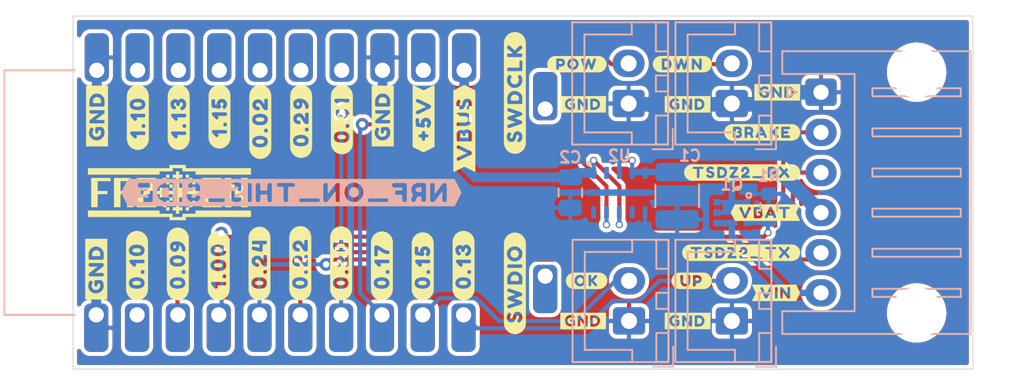
<source format=kicad_pcb>
(kicad_pcb (version 20210228) (generator pcbnew)
  (layers (0 "F.Cu" signal) (31 "B.Cu" signal) (34 "B.Paste" user) (35 "F.Paste" user) (36 "B.SilkS" user "B.Silkscreen") (37 "F.SilkS" user "F.Silkscreen") (38 "B.Mask" user) (39 "F.Mask" user) (44 "Edge.Cuts" user))
  (net 0 "")
  (net 1 "/TSDZ2_VIN")
  (net 2 "/TSDZ2_TX")
  (net 3 "/V_BATT")
  (net 4 "/TSDZ2_RX")
  (net 5 "/TSDZ2_BRAKE_INPUT")
  (net 6 "GND")
  (net 7 "VBUS")
  (net 8 "/P0.13_UP")
  (net 9 "/P0.15_ENTER")
  (net 10 "/P0.17_DOWN")
  (net 11 "/P0.20_POWER")
  (net 12 "/P1.00_VIN_CTRL")
  (footprint "buzzardLabel" (layer "F.Cu") (at 65.7352 63.2968 90)
    (fp_text reference "" (at 0 0 90) (layer "F.SilkS") (effects (font (size 0.7 0.7))))
    (fp_text value "" (at 0 0 90) (layer "F.SilkS") (effects (font (size 0.7 0.7))))
  )
  (footprint "buzzardLabel" (layer "F.Cu") (at 94.25 73.75)
    (fp_text reference "" (at 0 0) (layer "F.SilkS") (effects (font (size 0.7 0.7))))
    (fp_text value "" (at 0 0) (layer "F.SilkS") (effects (font (size 0.7 0.7))))
  )
  (footprint "buzzardLabel" (layer "F.Cu") (at 94.5 63.75)
    (fp_text reference "" (at 0 0) (layer "F.SilkS") (effects (font (size 0.7 0.7))))
    (fp_text value "" (at 0 0) (layer "F.SilkS") (effects (font (size 0.7 0.7))))
  )
  (footprint "buzzardLabel" (layer "F.Cu") (at 60.6552 63.2968 90)
    (fp_text reference "" (at 0 0 90) (layer "F.SilkS") (effects (font (size 0.7 0.7))))
    (fp_text value "" (at 0 0 90) (layer "F.SilkS") (effects (font (size 0.7 0.7))))
  )
  (footprint "buzzardLabel" (layer "F.Cu") (at 63.1952 63.2968 90)
    (fp_text reference "" (at 0 0 90) (layer "F.SilkS") (effects (font (size 0.7 0.7))))
    (fp_text value "" (at 0 0 90) (layer "F.SilkS") (effects (font (size 0.7 0.7))))
  )
  (footprint "buzzardLabel" (layer "F.Cu") (at 52.9844 76.708 90)
    (fp_text reference "" (at 0 0 90) (layer "F.SilkS") (effects (font (size 0.7 0.7))))
    (fp_text value "" (at 0 0 90) (layer "F.SilkS") (effects (font (size 0.7 0.7))))
  )
  (footprint "buzzardLabel" (layer "F.Cu") (at 58.1152 63.2968 90)
    (fp_text reference "" (at 0 0 90) (layer "F.SilkS") (effects (font (size 0.7 0.7))))
    (fp_text value "" (at 0 0 90) (layer "F.SilkS") (effects (font (size 0.7 0.7))))
  )
  (footprint "buzzardLabel" (layer "F.Cu") (at 53.0352 63.2968 90)
    (fp_text reference "" (at 0 0 90) (layer "F.SilkS") (effects (font (size 0.7 0.7))))
    (fp_text value "" (at 0 0 90) (layer "F.SilkS") (effects (font (size 0.7 0.7))))
  )
  (footprint "buzzardLabel" (layer "F.Cu") (at 88.75 75.5)
    (fp_text reference "" (at 0 0) (layer "F.SilkS") (effects (font (size 0.7 0.7))))
    (fp_text value "" (at 0 0) (layer "F.SilkS") (effects (font (size 0.7 0.7))))
  )
  (footprint "buzzardLabel" (layer "F.Cu") (at 55.5752 63.2968 90)
    (fp_text reference "" (at 0 0 90) (layer "F.SilkS") (effects (font (size 0.7 0.7))))
    (fp_text value "" (at 0 0 90) (layer "F.SilkS") (effects (font (size 0.7 0.7))))
  )
  (footprint "buzzardLabel" (layer "F.Cu") (at 94.25 71.25)
    (fp_text reference "" (at 0 0) (layer "F.SilkS") (effects (font (size 0.7 0.7))))
    (fp_text value "" (at 0 0) (layer "F.SilkS") (effects (font (size 0.7 0.7))))
  )
  (footprint "buzzardLabel" (layer "F.Cu") (at 82.25 75.5)
    (fp_text reference "" (at 0 0) (layer "F.SilkS") (effects (font (size 0.7 0.7))))
    (fp_text value "" (at 0 0) (layer "F.SilkS") (effects (font (size 0.7 0.7))))
  )
  (footprint "buzzardLabel" (layer "F.Cu") (at 76.5 72.5 90)
    (fp_text reference "" (at 0 0 90) (layer "F.SilkS") (effects (font (size 0.7 0.7))))
    (fp_text value "" (at 0 0 90) (layer "F.SilkS") (effects (font (size 0.7 0.7))))
  )
  (footprint "buzzardLabel" (layer "F.Cu") (at 82.4225 64.5)
    (fp_text reference "" (at 0 0) (layer "F.SilkS") (effects (font (size 0.7 0.7))))
    (fp_text value "" (at 0 0) (layer "F.SilkS") (effects (font (size 0.7 0.7))))
  )
  (footprint "buzzardLabel" (layer "F.Cu") (at 50.4952 63 90)
    (fp_text reference "" (at 0 0 90) (layer "F.SilkS") (effects (font (size 0.7 0.7))))
    (fp_text value "" (at 0 0 90) (layer "F.SilkS") (effects (font (size 0.7 0.7))))
  )
  (footprint "buzzardLabel" (layer "F.Cu") (at 94.25 68.75)
    (fp_text reference "" (at 0 0) (layer "F.SilkS") (effects (font (size 0.7 0.7))))
    (fp_text value "" (at 0 0) (layer "F.SilkS") (effects (font (size 0.7 0.7))))
  )
  (footprint "buzzardLabel" (layer "F.Cu") (at 55.5244 76.708 90)
    (fp_text reference "" (at 0 0 90) (layer "F.SilkS") (effects (font (size 0.7 0.7))))
    (fp_text value "" (at 0 0 90) (layer "F.SilkS") (effects (font (size 0.7 0.7))))
  )
  (footprint "buzzardLabel" (layer "F.Cu") (at 73.3044 76.708 90)
    (fp_text reference "" (at 0 0 90) (layer "F.SilkS") (effects (font (size 0.7 0.7))))
    (fp_text value "" (at 0 0 90) (layer "F.SilkS") (effects (font (size 0.7 0.7))))
  )
  (footprint "buzzardLabel" (layer "F.Cu") (at 68.2752 63 90)
    (fp_text reference "" (at 0 0 90) (layer "F.SilkS") (effects (font (size 0.7 0.7))))
    (fp_text value "" (at 0 0 90) (layer "F.SilkS") (effects (font (size 0.7 0.7))))
  )
  (footprint "buzzardLabel" (layer "F.Cu") (at 76.5 60 90)
    (fp_text reference "" (at 0 0 90) (layer "F.SilkS") (effects (font (size 0.7 0.7))))
    (fp_text value "" (at 0 0 90) (layer "F.SilkS") (effects (font (size 0.7 0.7))))
  )
  (footprint "buzzardLabel" (layer "F.Cu") (at 65.6844 76.708 90)
    (fp_text reference "" (at 0 0 90) (layer "F.SilkS") (effects (font (size 0.7 0.7))))
    (fp_text value "" (at 0 0 90) (layer "F.SilkS") (effects (font (size 0.7 0.7))))
  )
  (footprint "buzzardLabel" (layer "F.Cu") (at 88.75 62)
    (fp_text reference "" (at 0 0) (layer "F.SilkS") (effects (font (size 0.7 0.7))))
    (fp_text value "" (at 0 0) (layer "F.SilkS") (effects (font (size 0.7 0.7))))
  )
  (footprint "buzzardLabel" (layer "F.Cu") (at 68.2244 76.708 90)
    (fp_text reference "" (at 0 0 90) (layer "F.SilkS") (effects (font (size 0.7 0.7))))
    (fp_text value "" (at 0 0 90) (layer "F.SilkS") (effects (font (size 0.7 0.7))))
  )
  (footprint "buzzardLabel" (layer "F.Cu") (at 50.4444 77 90)
    (fp_text reference "" (at 0 0 90) (layer "F.SilkS") (effects (font (size 0.7 0.7))))
    (fp_text value "" (at 0 0 90) (layer "F.SilkS") (effects (font (size 0.7 0.7))))
  )
  (footprint "buzzardLabel" (layer "F.Cu") (at 88.9225 64.5)
    (fp_text reference "" (at 0 0) (layer "F.SilkS") (effects (font (size 0.7 0.7))))
    (fp_text value "" (at 0 0) (layer "F.SilkS") (effects (font (size 0.7 0.7))))
  )
  (footprint "buzzardLabel" (layer "F.Cu") (at 70.7644 76.708 90)
    (fp_text reference "" (at 0 0 90) (layer "F.SilkS") (effects (font (size 0.7 0.7))))
    (fp_text value "" (at 0 0 90) (layer "F.SilkS") (effects (font (size 0.7 0.7))))
  )
  (footprint "buzzardLabel" (layer "F.Cu") (at 82.2 62)
    (fp_text reference "" (at 0 0) (layer "F.SilkS") (effects (font (size 0.7 0.7))))
    (fp_text value "" (at 0 0) (layer "F.SilkS") (effects (font (size 0.7 0.7))))
  )
  (footprint "buzzardLabel" (layer "F.Cu") (at 94.25 66.25)
    (fp_text reference "" (at 0 0) (layer "F.SilkS") (effects (font (size 0.7 0.7))))
    (fp_text value "" (at 0 0) (layer "F.SilkS") (effects (font (size 0.7 0.7))))
  )
  (footprint "MountingHole:MountingHole_3.2mm_M3" (layer "F.Cu") (at 101.5 62.5)
    (fp_text reference "REF**" hide)
    (fp_text value "MountingHole_3.2mm_M3")
    (pad "" np_thru_hole circle (at 0 0) (size 3.2 3.2) (drill 3.2) (layers F&B.Cu *.Mask))
  )
  (footprint "buzzardLabel" (layer "F.Cu") (at 73.3552 63.2968 90)
    (fp_text reference "" (at 0 0 90) (layer "F.SilkS") (effects (font (size 0.7 0.7))))
    (fp_text value "" (at 0 0 90) (layer "F.SilkS") (effects (font (size 0.7 0.7))))
  )
  (footprint "buzzardLabel" (layer "F.Cu") (at 58.0644 76.708 90)
    (fp_text reference "" (at 0 0 90) (layer "F.SilkS") (effects (font (size 0.7 0.7))))
    (fp_text value "" (at 0 0 90) (layer "F.SilkS") (effects (font (size 0.7 0.7))))
  )
  (footprint "buzzardLabel" (layer "F.Cu") (at 94.25 76.25)
    (fp_text reference "" (at 0 0) (layer "F.SilkS") (effects (font (size 0.7 0.7))))
    (fp_text value "" (at 0 0) (layer "F.SilkS") (effects (font (size 0.7 0.7))))
  )
  (footprint "MountingHole:MountingHole_3.2mm_M3" (layer "F.Cu") (at 101.5 77.5)
    (fp_text reference "REF**" hide)
    (fp_text value "MountingHole_3.2mm_M3")
    (pad "1" np_thru_hole circle (at 0 0) (size 3.2 3.2) (drill 3.2) (layers *.Cu *.Mask))
  )
  (footprint "LOGO" (layer "F.Cu") (at 55 70)
    (fp_text reference "G***" hide)
    (fp_text value "LOGO" hide)
  )
  (footprint "buzzardLabel" (layer "F.Cu") (at 60.6044 76.708 90)
    (fp_text reference "" (at 0 0 90) (layer "F.SilkS") (effects (font (size 0.7 0.7))))
    (fp_text value "" (at 0 0 90) (layer "F.SilkS") (effects (font (size 0.7 0.7))))
  )
  (footprint "buzzardLabel" (layer "F.Cu") (at 70.8152 63.2968 90)
    (fp_text reference "" (at 0 0 90) (layer "F.SilkS") (effects (font (size 0.7 0.7))))
    (fp_text value "" (at 0 0 90) (layer "F.SilkS") (effects (font (size 0.7 0.7))))
  )
  (footprint "buzzardLabel" (layer "F.Cu") (at 63.1444 76.708 90)
    (fp_text reference "" (at 0 0 90) (layer "F.SilkS") (effects (font (size 0.7 0.7))))
    (fp_text value "" (at 0 0 90) (layer "F.SilkS") (effects (font (size 0.7 0.7))))
  )
  (footprint "buzzardLabel" (layer "F.Cu") (at 82.4225 78)
    (fp_text reference "" (at 0 0) (layer "F.SilkS") (effects (font (size 0.7 0.7))))
    (fp_text value "" (at 0 0) (layer "F.SilkS") (effects (font (size 0.7 0.7))))
  )
  (footprint "buzzardLabel" (layer "F.Cu") (at 88.9225 78)
    (fp_text reference "" (at 0 0) (layer "F.SilkS") (effects (font (size 0.7 0.7))))
    (fp_text value "" (at 0 0) (layer "F.SilkS") (effects (font (size 0.7 0.7))))
  )
  (footprint "Connector_JST:JST_XH_B2B-XH-A_1x02_P2.50mm_Vertical" (layer "B.Cu") (at 83.575 64.45 90)
    (fp_text reference "SW4" hide)
    (fp_text value "SW_Push")
    (pad "1" thru_hole roundrect (at 0 0 90) (size 1.7 2) (drill 1) (layers *.Cu *.Mask) (roundrect_rratio 0.1470588235294118) (net 6 "GND"))
    (pad "2" thru_hole oval (at 2.5 0 90) (size 1.7 2) (drill 1) (layers *.Cu *.Mask) (net 11 "/P0.20_POWER"))
  )
  (footprint "stanislao_nrf-backups:TPSM265R1" (layer "B.Cu") (at 83 70 -90)
    (fp_text reference "U2" (at -2.3 0 unlocked) (layer "B.SilkS") (effects (font (size 0.7 0.7)) (justify mirror)))
    (fp_text value "TPSM265R1")
    (pad "1" smd roundrect (at -1.225 1.6 270) (size 0.75 0.3) (layers "B.Cu" "B.Paste" "B.Mask") (roundrect_rratio 0.167) (net 7 "VBUS"))
    (pad "2" smd roundrect (at -1.225 0.8 270) (size 0.75 0.3) (layers "B.Cu" "B.Paste" "B.Mask") (roundrect_rratio 0.167))
    (pad "3" smd roundrect (at -1.225 0 270) (size 0.75 0.3) (layers "B.Cu" "B.Paste" "B.Mask") (roundrect_rratio 0.167) (net 6 "GND"))
    (pad "4" smd roundrect (at -1.225 -0.8 270) (size 0.75 0.3) (layers "B.Cu" "B.Paste" "B.Mask") (roundrect_rratio 0.167) (net 3 "/V_BATT"))
    (pad "5" smd roundrect (at -1.225 -1.6 270) (size 0.75 0.3) (layers "B.Cu" "B.Paste" "B.Mask") (roundrect_rratio 0.167) (net 3 "/V_BATT"))
    (pad "6" smd roundrect (at 1.225 -1.6 270) (size 0.75 0.3) (layers "B.Cu" "B.Paste" "B.Mask") (roundrect_rratio 0.167) (net 6 "GND"))
    (pad "7" smd roundrect (at 1.225 -0.8 270) (size 0.75 0.3) (layers "B.Cu" "B.Paste" "B.Mask") (roundrect_rratio 0.167))
    (pad "8" smd roundrect (at 1.225 0 270) (size 0.75 0.3) (layers "B.Cu" "B.Paste" "B.Mask") (roundrect_rratio 0.167) (net 7 "VBUS"))
    (pad "9" smd roundrect (at 1.225 0.8 270) (size 0.75 0.3) (layers "B.Cu" "B.Paste" "B.Mask") (roundrect_rratio 0.167) (net 3 "/V_BATT"))
    (pad "10" smd roundrect (at 1.225 1.6 270) (size 0.75 0.3) (layers "B.Cu" "B.Paste" "B.Mask") (roundrect_rratio 0.167))
    (pad "11" smd roundrect (at 0 0 180) (size 4.1 0.4) (layers "B.Cu" "B.Paste" "B.Mask") (roundrect_rratio 0.125) (net 6 "GND"))
    (zone (net 0) (net_name "") (layer "B.Cu") (connect_pads (clearance 0)) (min_thickness 0.254)
      (keepout (tracks not_allowed) (vias not_allowed) (pads not_allowed) (copperpour not_allowed) (footprints allowed))
      (fill (thermal_gap 0.508) (thermal_bridge_width 0.508))
      (polygon (pts (xy 82.8 69.75) (xy 82.8 68.35) (xy 82.4 68.35) (xy 82.4 69.2) (xy 82 69.2) (xy 82 68.35) (xy 81.6 68.35) (xy 81.6 69.2) (xy 80.9 69.2) (xy 80.9 69.75)))
    )
    (zone (net 0) (net_name "") (layer "B.Cu") (connect_pads (clearance 0)) (min_thickness 0.254)
      (keepout (tracks not_allowed) (vias not_allowed) (pads not_allowed) (copperpour not_allowed) (footprints allowed))
      (fill (thermal_gap 0.508) (thermal_bridge_width 0.508))
      (polygon (pts (xy 81.6 70.8) (xy 81.6 71.65) (xy 82 71.65) (xy 82 70.8) (xy 82.4 70.8) (xy 82.4 71.65) (xy 82.8 71.65) (xy 82.8 70.8) (xy 83.2 70.8) (xy 83.2 71.65) (xy 83.6 71.65) (xy 83.6 70.25) (xy 80.9 70.25) (xy 80.9 70.8)))
    )
    (zone (net 0) (net_name "") (layer "B.Cu") (connect_pads (clearance 0)) (min_thickness 0.254)
      (keepout (tracks not_allowed) (vias not_allowed) (pads not_allowed) (copperpour not_allowed) (footprints allowed))
      (fill (thermal_gap 0.508) (thermal_bridge_width 0.508))
      (polygon (pts (xy 85.1 69.75) (xy 85.1 69.2) (xy 83.6 69.2) (xy 83.6 68.35) (xy 83.2 68.35) (xy 83.2 69.75)))
    )
  )
  (footprint "Connector_JST:JST_XH_B2B-XH-A_1x02_P2.50mm_Vertical" (layer "B.Cu") (at 90 78 90)
    (fp_text reference "SW1" hide)
    (fp_text value "SW_Push")
    (pad "1" thru_hole roundrect (at 0 0 90) (size 1.7 2) (drill 1) (layers *.Cu *.Mask) (roundrect_rratio 0.1470588235294118) (net 6 "GND"))
    (pad "2" thru_hole oval (at 2.5 0 90) (size 1.7 2) (drill 1) (layers *.Cu *.Mask) (net 8 "/P0.13_UP"))
  )
  (footprint "Connector_JST:JST_XH_S6B-XH-A_1x06_P2.50mm_Horizontal" (layer "B.Cu") (at 95.55 63.75 -90)
    (fp_text reference "J1" hide)
    (fp_text value "JST_HX_S6B")
    (pad "1" thru_hole roundrect (at 0 0 270) (size 1.7 1.95) (drill 0.95) (layers *.Cu *.Mask) (roundrect_rratio 0.1470588235294118) (net 6 "GND"))
    (pad "2" thru_hole oval (at 2.5 0 270) (size 1.7 1.95) (drill 0.95) (layers *.Cu *.Mask) (net 5 "/TSDZ2_BRAKE_INPUT"))
    (pad "3" thru_hole oval (at 5 0 270) (size 1.7 1.95) (drill 0.95) (layers *.Cu *.Mask) (net 4 "/TSDZ2_RX"))
    (pad "4" thru_hole oval (at 7.5 0 270) (size 1.7 1.95) (drill 0.95) (layers *.Cu *.Mask) (net 3 "/V_BATT"))
    (pad "5" thru_hole oval (at 10 0 270) (size 1.7 1.95) (drill 0.95) (layers *.Cu *.Mask) (net 2 "/TSDZ2_TX"))
    (pad "6" thru_hole oval (at 12.5 0 270) (size 1.7 1.95) (drill 0.95) (layers *.Cu *.Mask) (net 1 "/TSDZ2_VIN"))
  )
  (footprint "Resistor_SMD:R_0603_1608Metric" (layer "B.Cu") (at 92.3 70.9 90)
    (fp_text reference "R1" (at 1.95 0 180) (layer "B.SilkS") (effects (font (size 0.7 0.7)) (justify mirror)))
    (fp_text value "DNP/100KOhm")
    (pad "1" smd roundrect (at -0.825 0 90) (size 0.8 0.95) (layers "B.Cu" "B.Paste" "B.Mask") (net 12 "/P1.00_VIN_CTRL"))
    (pad "2" smd roundrect (at 0.825 0 90) (size 0.8 0.95) (layers "B.Cu" "B.Paste" "B.Mask") (net 6 "GND"))
  )
  (footprint "Connector_JST:JST_XH_B2B-XH-A_1x02_P2.50mm_Vertical" (layer "B.Cu") (at 90 64.45 90)
    (fp_text reference "SW2" hide)
    (fp_text value "SW_Push")
    (pad "1" thru_hole roundrect (at 0 0 90) (size 1.7 2) (drill 1) (layers *.Cu *.Mask) (roundrect_rratio 0.1470588235294118) (net 6 "GND"))
    (pad "2" thru_hole oval (at 2.5 0 90) (size 1.7 2) (drill 1) (layers *.Cu *.Mask) (net 10 "/P0.17_DOWN"))
  )
  (footprint "buzzardLabel" (layer "B.Cu") (at 52 70 180)
    (fp_text reference "" (at 0 0) (layer "B.SilkS") (effects (font (size 0.7 0.7)) (justify mirror)))
    (fp_text value "" (at 0 0) (layer "B.SilkS") (effects (font (size 0.7 0.7)) (justify mirror)))
  )
  (footprint "footprints:UDFN6B" (layer "B.Cu") (at 90 71.25 180)
    (fp_text reference "Q1" (at 0 1.75) (layer "B.SilkS") (effects (font (size 0.7 0.7)) (justify mirror)))
    (fp_text value "SSM6J507NU")
    (pad "1" smd rect (at -0.9375 0.65 90) (size 0.4 0.425) (layers "B.Cu" "B.Paste" "B.Mask") (net 3 "/V_BATT"))
    (pad "2" smd rect (at -0.9375 0 90) (size 0.4 0.425) (layers "B.Cu" "B.Paste" "B.Mask") (net 3 "/V_BATT"))
    (pad "3" smd rect (at -0.9375 -0.65 90) (size 0.4 0.425) (layers "B.Cu" "B.Paste" "B.Mask") (net 12 "/P1.00_VIN_CTRL"))
    (pad "4" smd rect (at 0.9375 -0.65 90) (size 0.4 0.425) (layers "B.Cu" "B.Paste" "B.Mask") (net 1 "/TSDZ2_VIN"))
    (pad "5" smd rect (at 0.9375 0 90) (size 0.4 0.425) (layers "B.Cu" "B.Paste" "B.Mask") (net 3 "/V_BATT"))
    (pad "6" smd rect (at 0.9375 0.65 90) (size 0.4 0.425) (layers "B.Cu" "B.Paste" "B.Mask") (net 3 "/V_BATT"))
    (pad "D" smd rect (at 0 0.325 90) (size 0.95 1.15) (layers "B.Cu" "B.Paste" "B.Mask") (net 3 "/V_BATT"))
    (pad "S" smd rect (at 0 -0.65 90) (size 0.3 0.75) (layers "B.Cu" "B.Paste" "B.Mask") (net 1 "/TSDZ2_VIN"))
  )
  (footprint "Capacitor_SMD:C_0805_2012Metric" (layer "B.Cu") (at 79.95 70 -90)
    (fp_text reference "C2" (at -2.2 0 180) (layer "B.SilkS") (effects (font (size 0.7 0.7)) (justify mirror)))
    (fp_text value "22uF")
    (pad "1" smd roundrect (at -0.95 0 270) (size 1 1.45) (layers "B.Cu" "B.Paste" "B.Mask") (net 7 "VBUS"))
    (pad "2" smd roundrect (at 0.95 0 270) (size 1 1.45) (layers "B.Cu" "B.Paste" "B.Mask") (net 6 "GND"))
  )
  (footprint "Capacitor_SMD:C_1210_3225Metric" (layer "B.Cu") (at 86.6 70.2 -90)
    (fp_text reference "C1" (at -2.5 -0.8) (layer "B.SilkS") (effects (font (size 0.7 0.7)) (justify mirror)))
    (fp_text value "2.2uF")
    (pad "1" smd roundrect (at -1.475 0 270) (size 1.15 2.7) (layers "B.Cu" "B.Paste" "B.Mask") (roundrect_rratio 0.2173913043478261) (net 3 "/V_BATT"))
    (pad "2" smd roundrect (at 1.475 0 270) (size 1.15 2.7) (layers "B.Cu" "B.Paste" "B.Mask") (roundrect_rratio 0.2173913043478261) (net 6 "GND"))
  )
  (footprint "Connector_JST:JST_XH_B2B-XH-A_1x02_P2.50mm_Vertical" (layer "B.Cu") (at 83.6 78 90)
    (fp_text reference "SW3" hide)
    (fp_text value "SW_Push")
    (pad "1" thru_hole roundrect (at 0 0 90) (size 1.7 2) (drill 1) (layers *.Cu *.Mask) (roundrect_rratio 0.1470588235294118) (net 6 "GND"))
    (pad "2" thru_hole oval (at 2.5 0 90) (size 1.7 2) (drill 1) (layers *.Cu *.Mask) (net 9 "/P0.15_ENTER"))
  )
  (footprint "stanislao_nrf-backups:MODULE_NRF52840-DONGLE" (layer "B.Cu") (at 67.75 70)
    (fp_text reference "U1" hide)
    (fp_text value "NRF52840-DONGLE")
    (pad "0.02" thru_hole roundrect (at -7.112 -7.62 270) (size 3.016 1.508) (drill 0.95 (offset -0.8 0)) (layers *.Cu *.Mask))
    (pad "0.09" thru_hole roundrect (at -12.225 7.62 270) (size 3.016 1.508) (drill 0.95 (offset 0.8 0)) (layers *.Cu *.Mask) (net 5 "/TSDZ2_BRAKE_INPUT"))
    (pad "0.10" thru_hole roundrect (at -14.765 7.62 270) (size 3.016 1.508) (drill 0.95 (offset 0.8 0)) (layers *.Cu *.Mask))
    (pad "0.13" thru_hole roundrect (at 5.555 7.62 270) (size 3.016 1.508) (drill 0.95 (offset 0.8 0)) (layers *.Cu *.Mask) (net 8 "/P0.13_UP"))
    (pad "0.15" thru_hole roundrect (at 3.015 7.62 270) (size 3.016 1.508) (drill 0.95 (offset 0.8 0)) (layers *.Cu *.Mask) (net 9 "/P0.15_ENTER"))
    (pad "0.17" thru_hole roundrect (at 0.475 7.62 270) (size 3.016 1.508) (drill 0.95 (offset 0.8 0)) (layers *.Cu *.Mask) (net 10 "/P0.17_DOWN"))
    (pad "0.20" thru_hole roundrect (at -2.065 7.62 270) (size 3.016 1.508) (drill 0.95 (offset 0.8 0)) (layers *.Cu *.Mask) (net 11 "/P0.20_POWER"))
    (pad "0.22" thru_hole roundrect (at -4.605 7.62 270) (size 3.016 1.508) (drill 0.95 (offset 0.8 0)) (layers *.Cu *.Mask) (net 4 "/TSDZ2_RX"))
    (pad "0.24" thru_hole roundrect (at -7.145 7.62 270) (size 3.016 1.508) (drill 0.95 (offset 0.8 0)) (layers *.Cu *.Mask) (net 2 "/TSDZ2_TX"))
    (pad "0.29" thru_hole roundrect (at -4.572 -7.62 270) (size 3.016 1.508) (drill 0.95 (offset -0.8 0)) (layers *.Cu *.Mask))
    (pad "0.31" thru_hole roundrect (at -2.032 -7.62 270) (size 3.016 1.508) (drill 0.95 (offset -0.8 0)) (layers *.Cu *.Mask))
    (pad "1.00" thru_hole roundrect (at -9.685 7.62 270) (size 3.016 1.508) (drill 0.95 (offset 0.8 0)) (layers *.Cu *.Mask) (net 12 "/P1.00_VIN_CTRL"))
    (pad "1.10" thru_hole roundrect (at -14.732 -7.62 270) (size 3.016 1.508) (drill 0.95 (offset -0.8 0)) (layers *.Cu *.Mask))
    (pad "1.13" thru_hole roundrect (at -12.192 -7.62 270) (size 3.016 1.508) (drill 0.95 (offset -0.8 0)) (layers *.Cu *.Mask))
    (pad "1.15" thru_hole roundrect (at -9.652 -7.62 270) (size 3.016 1.508) (drill 0.95 (offset -0.8 0)) (layers *.Cu *.Mask))
    (pad "G1" thru_hole roundrect (at -17.305 7.62 270) (size 3.016 1.508) (drill 0.95 (offset 0.8 0)) (layers *.Cu *.Mask) (net 6 "GND"))
    (pad "G2" thru_hole roundrect (at -17.272 -7.62 270) (size 3.016 1.508) (drill 0.95 (offset -0.8 0)) (layers *.Cu *.Mask) (net 6 "GND"))
    (pad "G3" thru_hole roundrect (at 0.508 -7.62 270) (size 3.016 1.508) (drill 0.95 (offset -0.8 0)) (layers *.Cu *.Mask) (net 6 "GND"))
    (pad "OUT" thru_hole roundrect (at 3.048 -7.62 270) (size 3.016 1.508) (drill 0.95 (offset -0.8 0)) (layers *.Cu *.Mask))
    (pad "SWDCLK" thru_hole roundrect (at 10.635 -5.207 270) (size 3.016 1.508) (drill 0.95 (offset -0.8 0)) (layers *.Cu *.Mask))
    (pad "SWDIO" thru_hole roundrect (at 10.635 5.207 270) (size 3.016 1.508) (drill 0.95 (offset 0.8 0)) (layers *.Cu *.Mask))
    (pad "VBUS" thru_hole roundrect (at 5.588 -7.62 270) (size 3.016 1.508) (drill 0.95 (offset -0.8 0)) (layers *.Cu *.Mask) (net 7 "VBUS"))
  )
  (gr_line (start 49 59) (end 49 81) (layer "Edge.Cuts") (width 0.05))
  (gr_line (start 49 81) (end 105 81) (layer "Edge.Cuts") (width 0.05))
  (gr_line (start 105 60) (end 105 59) (layer "Edge.Cuts") (width 0.05))
  (gr_line (start 105 59) (end 49 59) (layer "Edge.Cuts") (width 0.05))
  (gr_line (start 105 81) (end 105 60) (layer "Edge.Cuts") (width 0.05))
  (segment (start 89.0625 71.9) (end 90 71.9) (width 0.4064) (layer "B.Cu") (net 1))
  (segment (start 93.55 76.25) (end 90 72.7) (width 0.4064) (layer "B.Cu") (net 1))
  (segment (start 90 72.7) (end 90 71.9) (width 0.4064) (layer "B.Cu") (net 1))
  (segment (start 95.55 76.25) (end 93.55 76.25) (width 0.4064) (layer "B.Cu") (net 1))
  (segment (start 79.92198 74.17198) (end 65.05502 74.17198) (width 0.254) (layer "F.Cu") (net 2))
  (segment (start 65.05502 74.17198) (end 64.75 74.477) (width 0.254) (layer "F.Cu") (net 2))
  (segment (start 64.75 74.477) (end 65.02298 74.20402) (width 0.254) (layer "F.Cu") (net 2))
  (segment (start 95.12802 74.17198) (end 95.55 73.75) (width 0.254) (layer "F.Cu") (net 2))
  (segment (start 79.92198 74.17198) (end 95.12802 74.17198) (width 0.254) (layer "F.Cu") (net 2))
  (segment (start 77.720588 74.17198) (end 79.92198 74.17198) (width 0.254) (layer "F.Cu") (net 2))
  (via (at 64.75 74.477) (size 0.8) (drill 0.4) (layers "F.Cu" "B.Cu") (net 2))
  (segment (start 60.605 77.62) (end 60.605 74.895) (width 0.254) (layer "B.Cu") (net 2))
  (segment (start 61.023 74.477) (end 63.477 74.477) (width 0.254) (layer "B.Cu") (net 2))
  (segment (start 95.55 73.75) (end 95.55 74.2) (width 0.254) (layer "B.Cu") (net 2))
  (segment (start 61.023 74.477) (end 64.75 74.477) (width 0.254) (layer "B.Cu") (net 2))
  (segment (start 60.75 78.5) (end 60.815 78.5) (width 0.254) (layer "B.Cu") (net 2))
  (segment (start 60.605 74.895) (end 61.023 74.477) (width 0.254) (layer "B.Cu") (net 2))
  (segment (start 83.8 68) (end 82.25 68) (width 0.254) (layer "F.Cu") (net 3))
  (segment (start 80.847989 67.735034) (end 80.847989 67.752011) (width 0.254) (layer "F.Cu") (net 3))
  (segment (start 81.697989 67.447989) (end 81.135034 67.447989) (width 0.254) (layer "F.Cu") (net 3))
  (segment (start 82.25 68) (end 81.697989 67.447989) (width 0.254) (layer "F.Cu") (net 3))
  (segment (start 80.8 67.8) (end 80.8 68.2) (width 0.254) (layer "F.Cu") (net 3))
  (segment (start 81.697989 67.447989) (end 81.6 67.447989) (width 0.254) (layer "F.Cu") (net 3))
  (segment (start 80.8 68.2) (end 82.2 69.6) (width 0.254) (layer "F.Cu") (net 3))
  (segment (start 82.2 69.6) (end 82.2 72) (width 0.254) (layer "F.Cu") (net 3))
  (segment (start 81.135034 67.447989) (end 80.847989 67.735034) (width 0.254) (layer "F.Cu") (net 3))
  (segment (start 80.847989 67.752011) (end 80.8 67.8) (width 0.254) (layer "F.Cu") (net 3))
  (via (at 83.8 68) (size 0.45) (drill 0.3) (layers "F.Cu" "B.Cu") (net 3))
  (via (at 82.2 72) (size 0.45) (drill 0.3) (layers "F.Cu" "B.Cu") (net 3))
  (segment (start 82.2 71.225) (end 82.2 72) (width 0.254) (layer "B.Cu") (net 3))
  (segment (start 90.9375 70.6) (end 90.325 70.6) (width 0.254) (layer "B.Cu") (net 3))
  (segment (start 89.675 71.25) (end 90 70.925) (width 0.254) (layer "B.Cu") (net 3))
  (segment (start 83.85 68.725) (end 83.80322 68.77178) (width 0.4064) (layer "B.Cu") (net 3))
  (segment (start 93.025 68.725) (end 90.575 68.725) (width 0.9144) (layer "B.Cu") (net 3))
  (segment (start 90.325 71.25) (end 90 70.925) (width 0.254) (layer "B.Cu") (net 3))
  (segment (start 89.775 68.725) (end 89.775 69.075) (width 0.4064) (layer "B.Cu") (net 3))
  (segment (start 89.775 68.725) (end 86.6 68.725) (width 0.9144) (layer "B.Cu") (net 3))
  (segment (start 89.0625 70.6) (end 89.675 70.6) (width 0.254) (layer "B.Cu") (net 3))
  (segment (start 90.575 68.725) (end 89.775 68.725) (width 0.9144) (layer "B.Cu") (net 3))
  (segment (start 90 69.3) (end 90.575 68.725) (width 0.4064) (layer "B.Cu") (net 3))
  (segment (start 89.675 70.6) (end 90 70.925) (width 0.254) (layer "B.Cu") (net 3))
  (segment (start 90.9375 71.25) (end 90.325 71.25) (width 0.254) (layer "B.Cu") (net 3))
  (segment (start 89.0625 71.25) (end 89.675 71.25) (width 0.254) (layer "B.Cu") (net 3))
  (segment (start 83.8 68) (end 83.8 68.775) (width 0.254) (layer "B.Cu") (net 3))
  (segment (start 86.6 68.725) (end 83.85 68.725) (width 0.4064) (layer "B.Cu") (net 3))
  (segment (start 95.55 71.25) (end 93.025 68.725) (width 0.9144) (layer "B.Cu") (net 3))
  (segment (start 90.325 70.6) (end 90 70.925) (width 0.254) (layer "B.Cu") (net 3))
  (segment (start 89.775 69.075) (end 90 69.3) (width 0.4064) (layer "B.Cu") (net 3))
  (segment (start 90 70.925) (end 90 69.3) (width 0.4064) (layer "B.Cu") (net 3))
  (segment (start 64.48203 73.71797) (end 93.08203 73.71797) (width 0.25) (layer "F.Cu") (net 4))
  (segment (start 93.08203 73.71797) (end 93.8 73) (width 0.254) (layer "F.Cu") (net 4))
  (segment (start 63.48203 73.71797) (end 93.08203 73.71797) (width 0.25) (layer "F.Cu") (net 4))
  (segment (start 95.55 68.75) (end 94.05 68.75) (width 0.254) (layer "F.Cu") (net 4))
  (segment (start 63.145 74.055) (end 63.48203 73.71797) (width 0.25) (layer "F.Cu") (net 4))
  (segment (start 94.05 68.75) (end 93.8 69) (width 0.254) (layer "F.Cu") (net 4))
  (segment (start 63.145 75.055) (end 63.145 74.055) (width 0.25) (layer "F.Cu") (net 4))
  (segment (start 93.8 73) (end 93.8 69) (width 0.254) (layer "F.Cu") (net 4))
  (segment (start 63.145 77.62) (end 63.145 75.055) (width 0.254) (layer "F.Cu") (net 4))
  (segment (start 55.5 73.75) (end 56 73.25) (width 0.254) (layer "F.Cu") (net 5))
  (segment (start 55.5 77.595) (end 55.5 73.75) (width 0.254) (layer "F.Cu") (net 5))
  (segment (start 93.2 72.6) (end 93.2 66.8) (width 0.254) (layer "F.Cu") (net 5))
  (segment (start 93.2 66.8) (end 93.75 66.25) (width 0.254) (layer "F.Cu") (net 5))
  (segment (start 92.55 73.25) (end 93.2 72.6) (width 0.254) (layer "F.Cu") (net 5))
  (segment (start 56 73.25) (end 92.55 73.25) (width 0.254) (layer "F.Cu") (net 5))
  (segment (start 55.525 77.62) (end 55.5 77.595) (width 0.254) (layer "F.Cu") (net 5))
  (segment (start 93.75 66.25) (end 95.55 66.25) (width 0.254) (layer "F.Cu") (net 5))
  (segment (start 50.445 62.413) (end 50.478 62.38) (width 0.6096) (layer "F.Cu") (net 6))
  (segment (start 50.445 77.62) (end 50.445 75.655) (width 0.6096) (layer "F.Cu") (net 6))
  (segment (start 50.478 62.38) (end 50.478 63.978) (width 0.6096) (layer "F.Cu") (net 6))
  (segment (start 68.258 62.38) (end 68.258 63.958) (width 0.6096) (layer "F.Cu") (net 6))
  (segment (start 90 64.5) (end 83.5 64.5) (width 0.9144) (layer "B.Cu") (net 6))
  (segment (start 92.5 64.5) (end 93.25 63.75) (width 0.9144) (layer "B.Cu") (net 6))
  (segment (start 84.925 70) (end 84.65 70) (width 0.25) (layer "B.Cu") (net 6))
  (segment (start 68.258 62.38) (end 68.258 63.858) (width 0.6096) (layer "B.Cu") (net 6))
  (segment (start 93.25 63.75) (end 95.55 63.75) (width 0.9144) (layer "B.Cu") (net 6))
  (segment (start 83 70) (end 84.3 70) (width 0.4064) (layer "B.Cu") (net 6))
  (segment (start 83 65) (end 83.5 64.5) (width 0.254) (layer "B.Cu") (net 6))
  (segment (start 50.478 62.38) (end 50.478 64.278) (width 0.6096) (layer "B.Cu") (net 6))
  (segment (start 50.445 77.62) (end 50.445 75.555) (width 0.6096) (layer "B.Cu") (net 6))
  (segment (start 90 64.5) (end 92.5 64.5) (width 0.9144) (layer "B.Cu") (net 6))
  (segment (start 86.75 71.825) (end 86.6 71.675) (width 0.4064) (layer "B.Cu") (net 6))
  (segment (start 83 70) (end 84.65 70) (width 0.4064) (layer "B.Cu") (net 6))
  (segment (start 83 72) (end 83 69.6) (width 0.254) (layer "F.Cu") (net 7))
  (segment (start 83 69.6) (end 81.4 68) (width 0.254) (layer "F.Cu") (net 7))
  (via (at 83 72) (size 0.45) (drill 0.3) (layers "F.Cu" "B.Cu") (net 7))
  (via (at 81.4 68) (size 0.45) (drill 0.3) (layers "F.Cu" "B.Cu") (net 7))
  (segment (start 73.338 68.338) (end 74.05 69.05) (width 0.6096) (layer "B.Cu") (net 7))
  (segment (start 80 69.05) (end 80.275 68.775) (width 0.6096) (layer "B.Cu") (net 7))
  (segment (start 73.338 65.338) (end 73.338 66.338) (width 0.6096) (layer "B.Cu") (net 7))
  (segment (start 73.338 65.338) (end 73.338 68.338) (width 0.6096) (layer "B.Cu") (net 7))
  (segment (start 81.4 68.775) (end 81.4 68) (width 0.254) (layer "B.Cu") (net 7))
  (segment (start 80 69.05) (end 74.05 69.05) (width 0.6096) (layer "B.Cu") (net 7))
  (segment (start 73.338 62.38) (end 73.338 65.338) (width 0.6096) (layer "B.Cu") (net 7))
  (segment (start 83 72) (end 83 71.225) (width 0.254) (layer "B.Cu") (net 7))
  (segment (start 80.275 68.775) (end 81.29518 68.775) (width 0.6096) (layer "B.Cu") (net 7))
  (segment (start 80.87995 78.45402) (end 79.79598 78.45402) (width 0.254) (layer "B.Cu") (net 8))
  (segment (start 80.87995 78.45402) (end 74.13902 78.45402) (width 0.254) (layer "B.Cu") (net 8))
  (segment (start 90 75.5) (end 85.5 75.5) (width 0.254) (layer "B.Cu") (net 8))
  (segment (start 74.13902 78.45402) (end 73.305 77.62) (width 0.254) (layer "B.Cu") (net 8))
  (segment (start 84.25 76.75) (end 82.58397 76.75) (width 0.254) (layer "B.Cu") (net 8))
  (segment (start 82.58397 76.75) (end 80.87995 78.45402) (width 0.254) (layer "B.Cu") (net 8))
  (segment (start 85.5 75.5) (end 84.25 76.75) (width 0.254) (layer "B.Cu") (net 8))
  (segment (start 83 75.5) (end 83.525 75.5) (width 0.254) (layer "B.Cu") (net 9))
  (segment (start 74.08498 76.58498) (end 71.80002 76.58498) (width 0.254) (layer "B.Cu") (net 9))
  (segment (start 80.25 78) (end 75.5 78) (width 0.254) (layer "B.Cu") (net 9))
  (segment (start 71.80002 76.58498) (end 70.765 77.62) (width 0.254) (layer "B.Cu") (net 9))
  (segment (start 80.25 78) (end 79.5 78) (width 0.254) (layer "B.Cu") (net 9))
  (segment (start 82.75 75.5) (end 80.25 78) (width 0.254) (layer "B.Cu") (net 9))
  (segment (start 83.5 75.5) (end 82.75 75.5) (width 0.254) (layer "B.Cu") (net 9))
  (segment (start 75.5 78) (end 74.08498 76.58498) (width 0.254) (layer "B.Cu") (net 9))
  (segment (start 73.25 65.75) (end 69.5 65.75) (width 0.254) (layer "F.Cu") (net 10))
  (segment (start 84.32298 63.17702) (end 82.67702 63.17702) (width 0.254) (layer "F.Cu") (net 10))
  (segment (start 82.67702 63.17702) (end 81.5 62) (width 0.254) (layer "F.Cu") (net 10))
  (segment (start 69.5 65.75) (end 67 65.75) (width 0.254) (layer "F.Cu") (net 10))
  (segment (start 73.45 65.75) (end 73.25 65.75) (width 0.254) (layer "F.Cu") (net 10))
  (segment (start 85.5 62) (end 84.32298 63.17702) (width 0.254) (layer "F.Cu") (net 10))
  (segment (start 90 62) (end 85.5 62) (width 0.254) (layer "F.Cu") (net 10))
  (segment (start 73.75 65.75) (end 73.45 65.75) (width 0.254) (layer "F.Cu") (net 10))
  (segment (start 76.05 65.75) (end 75.55 65.75) (width 0.25) (layer "F.Cu") (net 10))
  (segment (start 76.05 65.75) (end 73.25 65.75) (width 0.25) (layer "F.Cu") (net 10))
  (segment (start 77.05 64.75) (end 76.05 65.75) (width 0.25) (layer "F.Cu") (net 10))
  (segment (start 77.05 62.45) (end 77.05 64.75) (width 0.25) (layer "F.Cu") (net 10))
  (segment (start 69.5 65.75) (end 68.25 65.75) (width 0.254) (layer "F.Cu") (net 10))
  (segment (start 77.5 62) (end 77.05 62.45) (width 0.25) (layer "F.Cu") (net 10))
  (segment (start 81.5 62) (end 77.5 62) (width 0.254) (layer "F.Cu") (net 10))
  (via (at 67 65.75) (size 0.8) (drill 0.4) (layers "F.Cu" "B.Cu") (net 10))
  (segment (start 66.868189 66.381811) (end 66.868189 65.881811) (width 0.254) (layer "B.Cu") (net 10))
  (segment (start 66.868189 66.381811) (end 66.868189 66.118189) (width 0.254) (layer "B.Cu") (net 10))
  (segment (start 66.868189 76.263189) (end 66.868189 67.131811) (width 0.254) (layer "B.Cu") (net 10))
  (segment (start 68.225 77.62) (end 66.868189 76.263189) (width 0.254) (layer "B.Cu") (net 10))
  (segment (start 66.868189 67.131811) (end 66.868189 66.381811) (width 0.254) (layer "B.Cu") (net 10))
  (segment (start 66.868189 65.881811) (end 67 65.75) (width 0.254) (layer "B.Cu") (net 10))
  (segment (start 76.2 64.2) (end 76.2 62.2) (width 0.25) (layer "F.Cu") (net 11))
  (segment (start 75.6 65) (end 76.2 64.4) (width 0.25) (layer "F.Cu") (net 11))
  (segment (start 82.5 62) (end 82 61.5) (width 0.254) (layer "F.Cu") (net 11))
  (segment (start 77 61.5) (end 76.9 61.5) (width 0.25) (layer "F.Cu") (net 11))
  (segment (start 82 61.5) (end 81 61.5) (width 0.254) (layer "F.Cu") (net 11))
  (segment (start 73.5 65) (end 65.75 65) (width 0.254) (layer "F.Cu") (net 11))
  (segment (start 76.2 64.4) (end 76.2 64.2) (width 0.25) (layer "F.Cu") (net 11))
  (segment (start 76.9 61.5) (end 76.2 62.2) (width 0.25) (layer "F.Cu") (net 11))
  (segment (start 82 61.5) (end 77.9 61.5) (width 0.254) (layer "F.Cu") (net 11))
  (segment (start 83.20396 61.70396) (end 83.5 62) (width 0.254) (layer "F.Cu") (net 11))
  (segment (start 75.6 65) (end 73.5 65) (width 0.25) (layer "F.Cu") (net 11))
  (segment (start 83.5 62) (end 82.5 62) (width 0.254) (layer "F.Cu") (net 11))
  (segment (start 77.9 61.5) (end 77 61.5) (width 0.254) (layer "F.Cu") (net 11))
  (via (at 65.75 65) (size 0.8) (drill 0.4) (layers "F.Cu" "B.Cu") (net 11))
  (segment (start 65.685 77.62) (end 65.685 65.065) (width 0.254) (layer "B.Cu") (net 11))
  (segment (start 65.685 65.065) (end 65.75 65) (width 0.254) (layer "B.Cu") (net 11))
  (segment (start 58.25 72.75) (end 58.230104 72.730104) (width 0.254) (layer "F.Cu") (net 12))
  (segment (start 87.25 72.75) (end 92 72.75) (width 0.254) (layer "F.Cu") (net 12))
  (segment (start 87.75 72.75) (end 87.25 72.75) (width 0.254) (layer "F.Cu") (net 12))
  (segment (start 87.25 72.75) (end 85.5 72.75) (width 0.254) (layer "F.Cu") (net 12))
  (segment (start 87.75 72.75) (end 58.25 72.75) (width 0.254) (layer "F.Cu") (net 12))
  (segment (start 58.230104 72.730104) (end 58.230104 72.52299) (width 0.254) (layer "F.Cu") (net 12))
  (segment (start 92 72.75) (end 92.25 72.5) (width 0.254) (layer "F.Cu") (net 12))
  (via (at 58.230104 72.52299) (size 0.8) (drill 0.4) (layers "F.Cu" "B.Cu") (net 12))
  (via (at 92.25 72.5) (size 0.45) (drill 0.3) (layers "F.Cu" "B.Cu") (net 12))
  (segment (start 92.25 72.5) (end 92.25 71.825) (width 0.254) (layer "B.Cu") (net 12))
  (segment (start 92.175 71.9) (end 92.25 71.825) (width 0.254) (layer "B.Cu") (net 12))
  (segment (start 58.230104 72.730104) (end 58.230104 72.52299) (width 0.254) (layer "B.Cu") (net 12))
  (segment (start 58.065 77.62) (end 58.25 77.435) (width 0.254) (layer "B.Cu") (net 12))
  (segment (start 58.25 77.435) (end 58.25 72.75) (width 0.254) (layer "B.Cu") (net 12))
  (segment (start 90.9375 71.9) (end 92.175 71.9) (width 0.254) (layer "B.Cu") (net 12))
  (segment (start 58.25 72.75) (end 58.230104 72.730104) (width 0.254) (layer "B.Cu") (net 12))
  (zone (net 6) (net_name "GND") (layers F&B.Cu) (connect_pads (clearance 0.254)) (min_thickness 0.254) (fill yes (thermal_gap 0.254) (thermal_bridge_width 0.254))
    (polygon (pts (xy 106 82) (xy 48 82) (xy 48 58) (xy 106 58)))
  )
)
</source>
